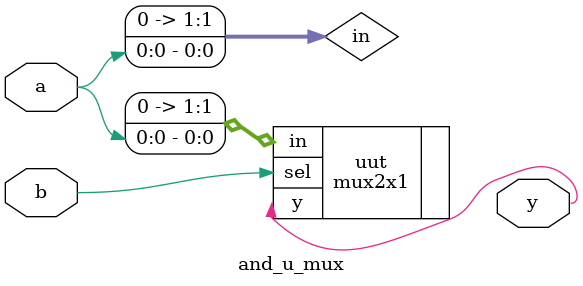
<source format=v>
`include "../muxes/mux2x1.v"
module and_u_mux(input a,b,
			output  y);
reg [1:0] in; 
  mux2x1 uut (
    .in(in),
    .sel(b),
    .y(y)
  );
always@(a,b)begin
in = {1'b0,a};
end
endmodule

</source>
